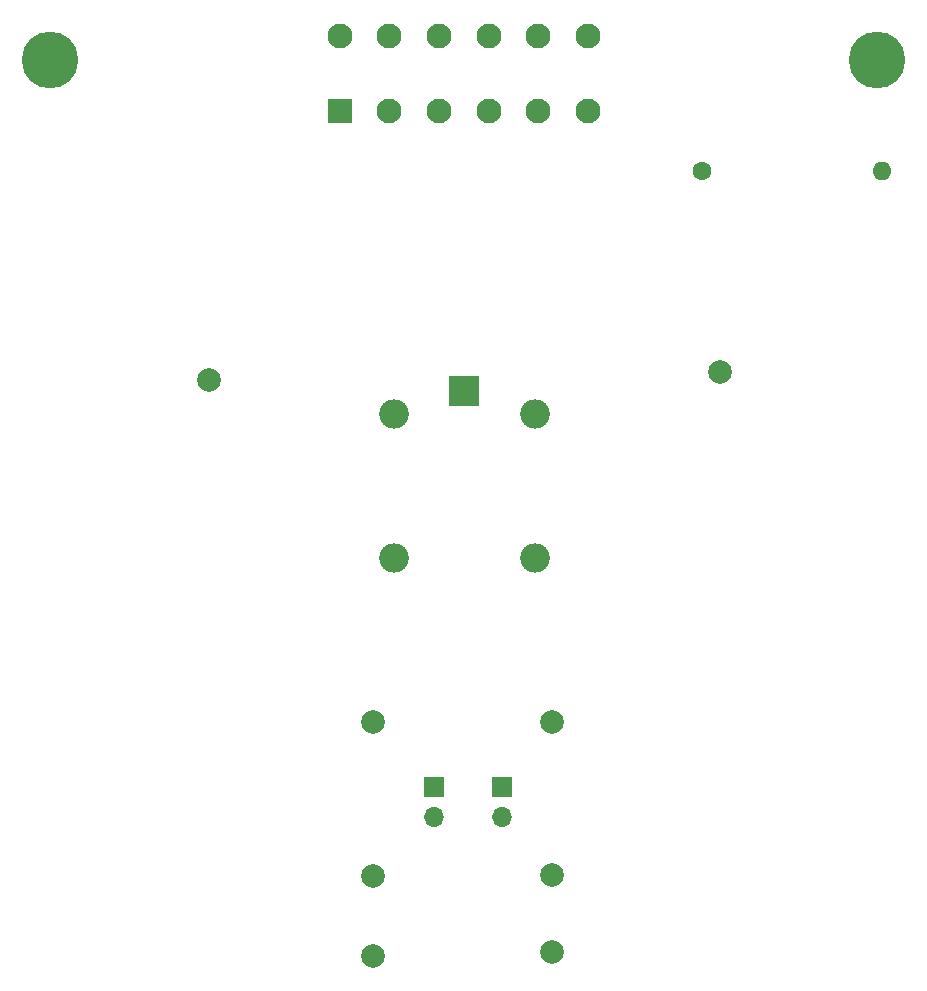
<source format=gbr>
%TF.GenerationSoftware,KiCad,Pcbnew,(6.0.0)*%
%TF.CreationDate,2022-06-28T12:49:40+09:30*%
%TF.ProjectId,Indicator V2,496e6469-6361-4746-9f72-2056322e6b69,E*%
%TF.SameCoordinates,Original*%
%TF.FileFunction,Soldermask,Bot*%
%TF.FilePolarity,Negative*%
%FSLAX46Y46*%
G04 Gerber Fmt 4.6, Leading zero omitted, Abs format (unit mm)*
G04 Created by KiCad (PCBNEW (6.0.0)) date 2022-06-28 12:49:40*
%MOMM*%
%LPD*%
G01*
G04 APERTURE LIST*
%ADD10C,2.000000*%
%ADD11R,1.700000X1.700000*%
%ADD12O,1.700000X1.700000*%
%ADD13C,1.600000*%
%ADD14O,1.600000X1.600000*%
%ADD15R,2.100000X2.100000*%
%ADD16C,2.100000*%
%ADD17C,4.800000*%
%ADD18R,2.500000X2.500000*%
%ADD19O,2.500000X2.500000*%
G04 APERTURE END LIST*
D10*
%TO.C,TP-L1*%
X134800000Y-126950000D03*
%TD*%
%TO.C,TP-R1*%
X149900000Y-126900000D03*
%TD*%
D11*
%TO.C,J3*%
X139906666Y-119425000D03*
D12*
X139906666Y-121965000D03*
%TD*%
D11*
%TO.C,J2*%
X145693332Y-119400000D03*
D12*
X145693332Y-121940000D03*
%TD*%
D13*
%TO.C,R5*%
X162630000Y-67250000D03*
D14*
X177870000Y-67250000D03*
%TD*%
D10*
%TO.C,TP-L2*%
X134800000Y-113950000D03*
%TD*%
%TO.C,BP-R1*%
X164124997Y-84250000D03*
%TD*%
%TO.C,TP-R2*%
X149900000Y-113925000D03*
%TD*%
%TO.C,BP-L1*%
X120874999Y-85000000D03*
%TD*%
%TO.C,BP-L2*%
X134800000Y-133700000D03*
%TD*%
D15*
%TO.C,J1*%
X131950000Y-62207107D03*
D16*
X136150000Y-62207107D03*
X140350000Y-62207107D03*
X144550000Y-62207107D03*
X148750000Y-62207107D03*
X152950000Y-62207107D03*
X152950000Y-55857107D03*
X148750000Y-55857107D03*
X144550000Y-55857107D03*
X140350000Y-55857107D03*
X136150000Y-55857107D03*
X131950000Y-55857107D03*
D17*
X107450000Y-57837107D03*
X177450000Y-57837107D03*
%TD*%
D18*
%TO.C,K1*%
X142500000Y-85872500D03*
D19*
X136500000Y-87872500D03*
X136500000Y-100072500D03*
X148500000Y-100072500D03*
X148500000Y-87872500D03*
%TD*%
D10*
%TO.C,BP-R2*%
X149900000Y-133400000D03*
%TD*%
M02*

</source>
